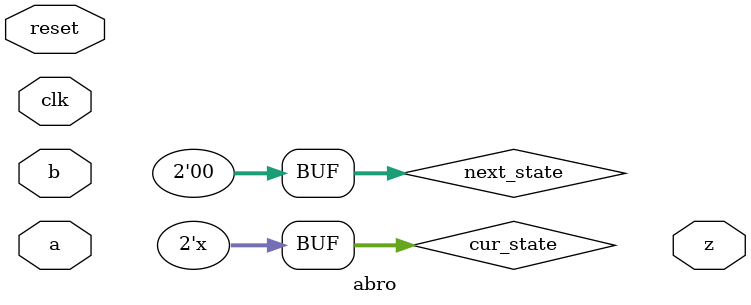
<source format=v>
module abro(
input clk,
input reset,
input a,
input b,
output z 
);
parameter IDLE = 0, SA = 1, SB = 2, SAB = 3;
reg [1:0] cur_state,next_state;
// Update state or reset on every clock edge.
// Output z is asserted 1 when the current state is SAB.
// Nest state generation logic:
// if input a and b both are high, state changes to SAB. 
// If a or b is high, state change to SA or SB.
always @(*) begin 
cur_state <= next_state;
case (cur_state)
IDLE: 
if (a && b) next_state = SAB; 
else if (a) next_state = SA; 
else if (b) next_state = SB; 
SA: 
if (a) next_state = SA; 
else if (b) next_state = SB;
SB:
if (a) next_state = SAB;
else if (b) next_state = SB;
SAB:
if (a && b) next_state = SAB; 
else if (a) next_state = SA; 
else if (b) next_state = SB;
default: next_state = IDLE;

endcase
end endmodule

</source>
